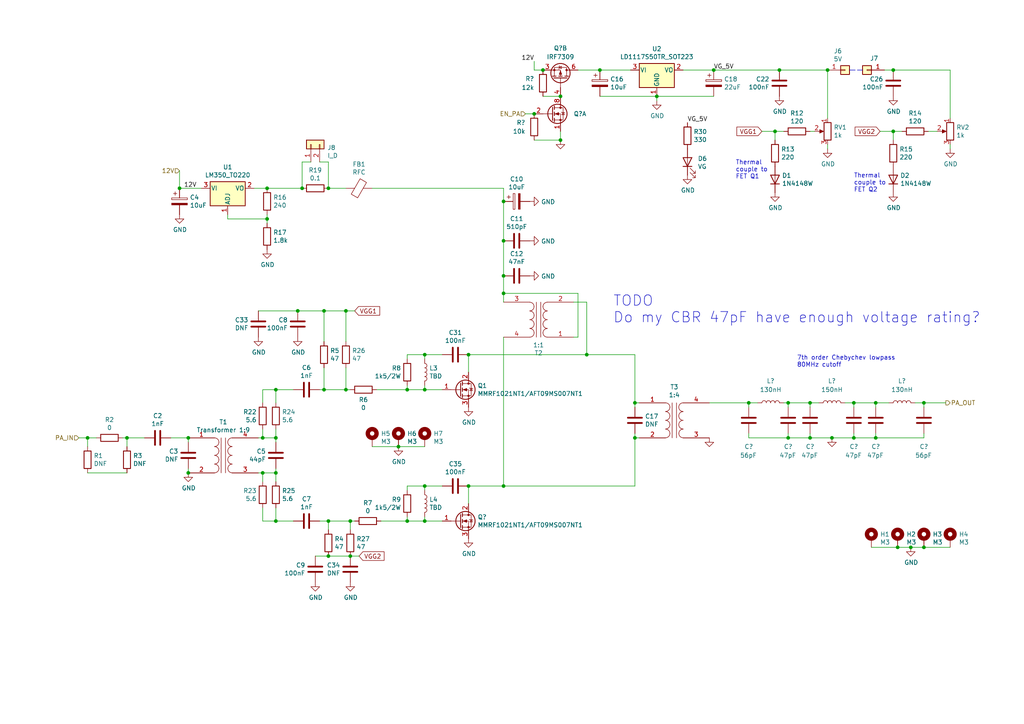
<source format=kicad_sch>
(kicad_sch (version 20211123) (generator eeschema)
  (paper "A4")
  (title_block (title "DART-70 TRX") (date "2023-01-22") (rev "0") (company "HB9EGM") (comment 1 "A 4m Band SSB/CW Transceiver"))
  (lib_symbols
    (symbol "AFT09MS007NT1-Pushpull-rescue:CP-Device" (pin_numbers hide) (pin_names (offset 0.254))
      (property "Reference" "C" (at 0.635 2.54 0))
      (property "Value" "CP-Device" (at 0.635 -2.54 0))
      (symbol "CP-Device_0_1"
        (rectangle (start -2.286 0.508) (end 2.286 1.016))
        (polyline (pts (xy -1.778 2.286) (xy -0.762 2.286)))
        (polyline (pts (xy -1.27 2.794) (xy -1.27 1.778)))
        (rectangle (start 2.286 -0.508) (end -2.286 -1.016) (fill (type outline)))
      )
      (symbol "CP-Device_1_1"
        (pin passive line (at 0 3.81 270) (length 2.794) (name "~") (number "1"))
        (pin passive line (at 0 -3.81 90) (length 2.794) (name "~") (number "2"))
      )
    )
    (symbol "AFT09MS007NT1-Pushpull-rescue:Ferrite_Bead-Device" (pin_numbers hide) (pin_names (offset 0))
      (property "Reference" "FB" (at -3.81 0.635 90))
      (property "Value" "Ferrite_Bead-Device" (at 3.81 0 90))
      (symbol "Ferrite_Bead-Device_0_1"
        (polyline (pts (xy 0 -1.27) (xy 0 -1.2192)))
        (polyline (pts (xy 0 1.27) (xy 0 1.2954)))
        (polyline (pts (xy -2.7686 0.4064) (xy -1.7018 2.2606) (xy 2.7686 -0.3048) (xy 1.6764 -2.159) (xy -2.7686 0.4064)))
      )
      (symbol "Ferrite_Bead-Device_1_1"
        (pin passive line (at 0 3.81 270) (length 2.54) (name "~") (number "1"))
        (pin passive line (at 0 -3.81 90) (length 2.54) (name "~") (number "2"))
      )
    )
    (symbol "AFT09MS007NT1-Pushpull-rescue:R_POT-Device" (pin_names (offset 1.016) hide)
      (property "Reference" "RV" (at -4.445 0 90))
      (property "Value" "R_POT-Device" (at -2.54 0 90))
      (symbol "R_POT-Device_0_1"
        (polyline (pts (xy 2.54 0) (xy 1.524 0)))
        (polyline (pts (xy 1.143 0) (xy 2.286 0.508) (xy 2.286 -0.508) (xy 1.143 0)) (fill (type outline)))
        (rectangle (start 1.016 2.54) (end -1.016 -2.54) (stroke (width 0.254)))
      )
      (symbol "R_POT-Device_1_1"
        (pin passive line (at 0 3.81 270) (length 1.27) (name "1") (number "1"))
        (pin passive line (at 3.81 0 180) (length 1.27) (name "2") (number "2"))
        (pin passive line (at 0 -3.81 90) (length 1.27) (name "3") (number "3"))
      )
    )
    (symbol "Connector_Generic:Conn_01x01" (pin_names (offset 1.016) hide)
      (property "Reference" "J" (at 0 2.54 0))
      (property "Value" "Conn_01x01" (at 0 -2.54 0))
      (symbol "Conn_01x01_1_1"
        (rectangle (start -1.27 0.127) (end 0 -0.127) (stroke (width 0.1524)))
        (rectangle (start -1.27 1.27) (end 1.27 -1.27) (stroke (width 0.254)) (fill (type background)))
        (pin passive line (at -5.08 0 0) (length 3.81) (name "Pin_1") (number "1"))
      )
    )
    (symbol "Connector_Generic:Conn_01x02" (pin_names (offset 1.016) hide)
      (property "Reference" "J" (at 0 2.54 0))
      (property "Value" "Conn_01x02" (at 0 -5.08 0))
      (symbol "Conn_01x02_1_1"
        (rectangle (start -1.27 -2.413) (end 0 -2.667) (stroke (width 0.1524)))
        (rectangle (start -1.27 0.127) (end 0 -0.127) (stroke (width 0.1524)))
        (rectangle (start -1.27 1.27) (end 1.27 -3.81) (stroke (width 0.254)) (fill (type background)))
        (pin passive line (at -5.08 0 0) (length 3.81) (name "Pin_1") (number "1"))
        (pin passive line (at -5.08 -2.54 0) (length 3.81) (name "Pin_2") (number "2"))
      )
    )
    (symbol "Device:C" (pin_numbers hide) (pin_names (offset 0.254))
      (property "Reference" "C" (at 0.635 2.54 0))
      (property "Value" "C" (at 0.635 -2.54 0))
      (symbol "C_0_1"
        (polyline (pts (xy -2.032 -0.762) (xy 2.032 -0.762)) (stroke (width 0.508)))
        (polyline (pts (xy -2.032 0.762) (xy 2.032 0.762)) (stroke (width 0.508)))
      )
      (symbol "C_1_1"
        (pin passive line (at 0 3.81 270) (length 2.794) (name "~") (number "1"))
        (pin passive line (at 0 -3.81 90) (length 2.794) (name "~") (number "2"))
      )
    )
    (symbol "Device:L" (pin_numbers hide) (pin_names (offset 1.016) hide)
      (property "Reference" "L" (at -1.27 0 90))
      (property "Value" "L" (at 1.905 0 90))
      (symbol "L_0_1"
        (arc (start 0 -2.54) (mid 0.635 -1.905) (end 0 -1.27))
        (arc (start 0 -1.27) (mid 0.635 -0.635) (end 0 0))
        (arc (start 0 0) (mid 0.635 0.635) (end 0 1.27))
        (arc (start 0 1.27) (mid 0.635 1.905) (end 0 2.54))
      )
      (symbol "L_1_1"
        (pin passive line (at 0 3.81 270) (length 1.27) (name "1") (number "1"))
        (pin passive line (at 0 -3.81 90) (length 1.27) (name "2") (number "2"))
      )
    )
    (symbol "Device:LED" (pin_numbers hide) (pin_names (offset 1.016) hide)
      (property "Reference" "D" (at 0 2.54 0))
      (property "Value" "LED" (at 0 -2.54 0))
      (symbol "LED_0_1"
        (polyline (pts (xy -1.27 -1.27) (xy -1.27 1.27)) (stroke (width 0.254)))
        (polyline (pts (xy -1.27 0) (xy 1.27 0)))
        (polyline (pts (xy 1.27 -1.27) (xy 1.27 1.27) (xy -1.27 0) (xy 1.27 -1.27)) (stroke (width 0.254)))
        (polyline (pts (xy -3.048 -0.762) (xy -4.572 -2.286) (xy -3.81 -2.286) (xy -4.572 -2.286) (xy -4.572 -1.524)))
        (polyline (pts (xy -1.778 -0.762) (xy -3.302 -2.286) (xy -2.54 -2.286) (xy -3.302 -2.286) (xy -3.302 -1.524)))
      )
      (symbol "LED_1_1"
        (pin passive line (at -3.81 0 0) (length 2.54) (name "K") (number "1"))
        (pin passive line (at 3.81 0 180) (length 2.54) (name "A") (number "2"))
      )
    )
    (symbol "Device:Q_NMOS_GDS" (pin_names (offset 0) hide)
      (property "Reference" "Q" (at 5.08 1.27 0))
      (property "Value" "Q_NMOS_GDS" (at 5.08 -1.27 0))
      (symbol "Q_NMOS_GDS_0_1"
        (polyline (pts (xy 0.254 0) (xy -2.54 0)))
        (polyline (pts (xy 0.254 1.905) (xy 0.254 -1.905)) (stroke (width 0.254)))
        (polyline (pts (xy 0.762 -1.27) (xy 0.762 -2.286)) (stroke (width 0.254)))
        (polyline (pts (xy 0.762 0.508) (xy 0.762 -0.508)) (stroke (width 0.254)))
        (polyline (pts (xy 0.762 2.286) (xy 0.762 1.27)) (stroke (width 0.254)))
        (polyline (pts (xy 2.54 2.54) (xy 2.54 1.778)))
        (polyline (pts (xy 2.54 -2.54) (xy 2.54 0) (xy 0.762 0)))
        (polyline (pts (xy 0.762 -1.778) (xy 3.302 -1.778) (xy 3.302 1.778) (xy 0.762 1.778)))
        (polyline (pts (xy 1.016 0) (xy 2.032 0.381) (xy 2.032 -0.381) (xy 1.016 0)) (fill (type outline)))
        (polyline (pts (xy 2.794 0.508) (xy 2.921 0.381) (xy 3.683 0.381) (xy 3.81 0.254)))
        (polyline (pts (xy 3.302 0.381) (xy 2.921 -0.254) (xy 3.683 -0.254) (xy 3.302 0.381)))
        (circle (center 1.651 0) (radius 2.794) (stroke (width 0.254)))
        (circle (center 2.54 -1.778) (radius 0.254) (fill (type outline)))
        (circle (center 2.54 1.778) (radius 0.254) (fill (type outline)))
      )
      (symbol "Q_NMOS_GDS_1_1"
        (pin input line (at -5.08 0 0) (length 2.54) (name "G") (number "1"))
        (pin passive line (at 2.54 5.08 270) (length 2.54) (name "D") (number "2"))
        (pin passive line (at 2.54 -5.08 90) (length 2.54) (name "S") (number "3"))
      )
    )
    (symbol "Device:R" (pin_numbers hide) (pin_names (offset 0))
      (property "Reference" "R" (at 2.032 0 90))
      (property "Value" "R" (at 0 0 90))
      (symbol "R_0_1"
        (rectangle (start -1.016 -2.54) (end 1.016 2.54) (stroke (width 0.254)))
      )
      (symbol "R_1_1"
        (pin passive line (at 0 3.81 270) (length 1.27) (name "~") (number "1"))
        (pin passive line (at 0 -3.81 90) (length 1.27) (name "~") (number "2"))
      )
    )
    (symbol "Device:Transformer_1P_1S" (pin_names (offset 1.016) hide)
      (property "Reference" "T" (at 0 6.35 0))
      (property "Value" "Transformer_1P_1S" (at 0 -7.62 0))
      (symbol "Transformer_1P_1S_0_1"
        (arc (start -2.54 -5.0546) (mid -1.6599 -4.6901) (end -1.27 -3.81))
        (arc (start -2.54 -2.5146) (mid -1.6599 -2.1501) (end -1.27 -1.27))
        (arc (start -2.54 0.0254) (mid -1.6599 0.3899) (end -1.27 1.27))
        (arc (start -2.54 2.5654) (mid -1.6599 2.9299) (end -1.27 3.81))
        (arc (start -1.27 -3.81) (mid -1.642 -2.912) (end -2.54 -2.54))
        (arc (start -1.27 -1.27) (mid -1.642 -0.372) (end -2.54 0))
        (arc (start -1.27 1.27) (mid -1.642 2.168) (end -2.54 2.54))
        (arc (start -1.27 3.81) (mid -1.642 4.708) (end -2.54 5.08))
        (polyline (pts (xy -0.635 5.08) (xy -0.635 -5.08)))
        (polyline (pts (xy 0.635 -5.08) (xy 0.635 5.08)))
        (arc (start 1.2954 -1.27) (mid 1.6599 -2.1501) (end 2.54 -2.5146))
        (arc (start 1.2954 1.27) (mid 1.6599 0.3899) (end 2.54 0.0254))
        (arc (start 1.2954 3.81) (mid 1.6599 2.9299) (end 2.54 2.5654))
        (arc (start 1.3208 -3.81) (mid 1.6853 -4.6901) (end 2.5654 -5.0546))
        (arc (start 2.54 0) (mid 1.642 -0.372) (end 1.2954 -1.27))
        (arc (start 2.54 2.54) (mid 1.642 2.168) (end 1.2954 1.27))
        (arc (start 2.54 5.08) (mid 1.642 4.708) (end 1.2954 3.81))
        (arc (start 2.5654 -2.54) (mid 1.6674 -2.912) (end 1.3208 -3.81))
      )
      (symbol "Transformer_1P_1S_1_1"
        (pin passive line (at -10.16 5.08 0) (length 7.62) (name "AA") (number "1"))
        (pin passive line (at -10.16 -5.08 0) (length 7.62) (name "AB") (number "2"))
        (pin passive line (at 10.16 -5.08 180) (length 7.62) (name "SA") (number "3"))
        (pin passive line (at 10.16 5.08 180) (length 7.62) (name "SB") (number "4"))
      )
    )
    (symbol "Diode:1N4148W" (pin_numbers hide) (pin_names hide)
      (property "Reference" "D" (at 0 2.54 0))
      (property "Value" "1N4148W" (at 0 -2.54 0))
      (symbol "1N4148W_0_1"
        (polyline (pts (xy -1.27 1.27) (xy -1.27 -1.27)) (stroke (width 0.254)))
        (polyline (pts (xy 1.27 0) (xy -1.27 0)))
        (polyline (pts (xy 1.27 1.27) (xy 1.27 -1.27) (xy -1.27 0) (xy 1.27 1.27)) (stroke (width 0.254)))
      )
      (symbol "1N4148W_1_1"
        (pin passive line (at -3.81 0 0) (length 2.54) (name "K") (number "1"))
        (pin passive line (at 3.81 0 180) (length 2.54) (name "A") (number "2"))
      )
    )
    (symbol "Mechanical:MountingHole_Pad" (pin_numbers hide) (pin_names (offset 1.016) hide)
      (property "Reference" "H" (at 0 6.35 0))
      (property "Value" "MountingHole_Pad" (at 0 4.445 0))
      (symbol "MountingHole_Pad_0_1"
        (circle (center 0 1.27) (radius 1.27) (stroke (width 1.27)))
      )
      (symbol "MountingHole_Pad_1_1"
        (pin input line (at 0 -2.54 90) (length 2.54) (name "1") (number "1"))
      )
    )
    (symbol "Regulator_Linear:LD1117S50TR_SOT223" (pin_names (offset 0.254))
      (property "Reference" "U" (at -3.81 3.175 0))
      (property "Value" "LD1117S50TR_SOT223" (at 0 3.175 0))
      (symbol "LD1117S50TR_SOT223_0_1"
        (rectangle (start -5.08 -5.08) (end 5.08 1.905) (stroke (width 0.254)) (fill (type background)))
      )
      (symbol "LD1117S50TR_SOT223_1_1"
        (pin power_in line (at 0 -7.62 90) (length 2.54) (name "GND") (number "1"))
        (pin power_out line (at 7.62 0 180) (length 2.54) (name "VO") (number "2"))
        (pin power_in line (at -7.62 0 0) (length 2.54) (name "VI") (number "3"))
      )
    )
    (symbol "Regulator_Linear:LM350_TO220" (pin_names (offset 0.254))
      (property "Reference" "U" (at -3.81 3.175 0))
      (property "Value" "LM350_TO220" (at 0 3.175 0))
      (symbol "LM350_TO220_0_1"
        (rectangle (start -5.08 1.905) (end 5.08 -5.08) (stroke (width 0.254)) (fill (type background)))
      )
      (symbol "LM350_TO220_1_1"
        (pin input line (at 0 -7.62 90) (length 2.54) (name "ADJ") (number "1"))
        (pin power_out line (at 7.62 0 180) (length 2.54) (name "VO") (number "2"))
        (pin power_in line (at -7.62 0 0) (length 2.54) (name "VI") (number "3"))
      )
    )
    (symbol "Transistor_FET:IRF7309IPBF" (pin_names hide)
      (property "Reference" "Q" (at 5.08 1.905 0))
      (property "Value" "IRF7309IPBF" (at 5.08 0 0))
      (symbol "IRF7309IPBF_0_1"
        (polyline (pts (xy 0.254 0) (xy -2.54 0)))
        (polyline (pts (xy 0.254 1.905) (xy 0.254 -1.905)) (stroke (width 0.254)))
        (polyline (pts (xy 0.762 -1.27) (xy 0.762 -2.286)) (stroke (width 0.254)))
        (polyline (pts (xy 0.762 0.508) (xy 0.762 -0.508)) (stroke (width 0.254)))
        (polyline (pts (xy 0.762 2.286) (xy 0.762 1.27)) (stroke (width 0.254)))
        (polyline (pts (xy 2.54 2.54) (xy 2.54 1.778)))
        (polyline (pts (xy 2.54 -2.54) (xy 2.54 0) (xy 0.762 0)))
        (polyline (pts (xy 0.762 -1.778) (xy 3.302 -1.778) (xy 3.302 1.778) (xy 0.762 1.778)))
        (circle (center 1.651 0) (radius 2.794) (stroke (width 0.254)))
        (circle (center 2.54 -1.778) (radius 0.254) (fill (type outline)))
        (circle (center 2.54 1.778) (radius 0.254) (fill (type outline)))
      )
      (symbol "IRF7309IPBF_1_1"
        (polyline (pts (xy 1.016 0) (xy 2.032 0.381) (xy 2.032 -0.381) (xy 1.016 0)) (fill (type outline)))
        (polyline (pts (xy 2.794 0.508) (xy 2.921 0.381) (xy 3.683 0.381) (xy 3.81 0.254)))
        (polyline (pts (xy 3.302 0.381) (xy 2.921 -0.254) (xy 3.683 -0.254) (xy 3.302 0.381)))
        (pin passive line (at 2.54 -5.08 90) (length 2.54) (name "S") (number "1"))
        (pin input line (at -5.08 0 0) (length 2.54) (name "G") (number "2"))
        (pin passive line (at 2.54 5.08 270) (length 2.54) hide (name "D") (number "7"))
        (pin passive line (at 2.54 5.08 270) (length 2.54) (name "D") (number "8"))
      )
      (symbol "IRF7309IPBF_2_1"
        (polyline (pts (xy 2.286 0) (xy 1.27 0.381) (xy 1.27 -0.381) (xy 2.286 0)) (fill (type outline)))
        (polyline (pts (xy 2.794 -0.508) (xy 2.921 -0.381) (xy 3.683 -0.381) (xy 3.81 -0.254)))
        (polyline (pts (xy 3.302 -0.381) (xy 2.921 0.254) (xy 3.683 0.254) (xy 3.302 -0.381)))
        (pin passive line (at 2.54 -5.08 90) (length 2.54) (name "1") (number "3"))
        (pin input line (at -5.08 0 0) (length 2.54) (name "G") (number "4"))
        (pin passive line (at 2.54 5.08 270) (length 2.54) hide (name "D") (number "5"))
        (pin passive line (at 2.54 5.08 270) (length 2.54) (name "D") (number "6"))
      )
    )
    (symbol "power:GND" (power) (pin_names (offset 0))
      (property "Value" "GND" (at 0 -3.81 0))
      (symbol "GND_0_1"
        (polyline (pts (xy 0 0) (xy 0 -1.27) (xy 1.27 -1.27) (xy 0 -2.54) (xy -1.27 -1.27) (xy 0 -1.27)))
      )
      (symbol "GND_1_1"
        (pin power_in line (at 0 0 270) (length 0) hide (name "GND") (number "1"))
      )
    )
    (symbol "power:GNDA" (power) (pin_names (offset 0))
      (property "Value" "GNDA" (at 0 -3.81 0))
      (symbol "GNDA_0_1"
        (polyline (pts (xy 0 0) (xy 0 -1.27) (xy 1.27 -1.27) (xy 0 -2.54) (xy -1.27 -1.27) (xy 0 -1.27)))
      )
      (symbol "GNDA_1_1"
        (pin power_in line (at 0 0 270) (length 0) hide (name "GNDA") (number "1"))
      )
    )
  )
  (junction (at 259.08 20.32))
  (junction (at 100.33 113.03))
  (junction (at 228.6 116.84))
  (junction (at 234.95 127))
  (junction (at 118.11 113.03))
  (junction (at 254 127))
  (junction (at 146.05 140.97))
  (junction (at 87.63 54.61))
  (junction (at 260.35 158.75))
  (junction (at 184.15 116.84))
  (junction (at 154.94 33.02))
  (junction (at 93.98 90.17))
  (junction (at 241.3 127))
  (junction (at 146.05 58.42))
  (junction (at 162.56 40.64))
  (junction (at 86.36 90.17))
  (junction (at 190.5 27.94))
  (junction (at 264.16 158.75))
  (junction (at 115.57 129.54))
  (junction (at 36.83 127))
  (junction (at 217.17 116.84))
  (junction (at 100.33 90.17))
  (junction (at 146.05 80.01))
  (junction (at 259.08 38.1))
  (junction (at 240.03 20.32))
  (junction (at 170.18 102.87))
  (junction (at 135.89 140.97))
  (junction (at 184.15 127))
  (junction (at 80.01 113.03))
  (junction (at 54.61 137.16))
  (junction (at 123.19 102.87))
  (junction (at 123.19 151.13))
  (junction (at 118.11 151.13))
  (junction (at 224.79 38.1))
  (junction (at 80.01 137.16))
  (junction (at 95.25 54.61))
  (junction (at 95.25 151.13))
  (junction (at 267.97 158.75))
  (junction (at 254 116.84))
  (junction (at 52.07 54.61))
  (junction (at 76.2 137.16))
  (junction (at 135.89 102.87))
  (junction (at 247.65 116.84))
  (junction (at 146.05 69.85))
  (junction (at 80.01 151.13))
  (junction (at 234.95 116.84))
  (junction (at 93.98 113.03))
  (junction (at 77.47 63.5))
  (junction (at 123.19 113.03))
  (junction (at 95.25 161.29))
  (junction (at 247.65 127))
  (junction (at 157.48 20.32))
  (junction (at 228.6 127))
  (junction (at 54.61 127))
  (junction (at 207.01 20.32))
  (junction (at 146.05 85.09))
  (junction (at 101.6 161.29))
  (junction (at 173.99 20.32))
  (junction (at 25.4 127))
  (junction (at 77.47 54.61))
  (junction (at 226.06 20.32))
  (junction (at 80.01 127))
  (junction (at 162.56 27.94))
  (junction (at 267.97 116.84))
  (junction (at 101.6 151.13))
  (junction (at 123.19 140.97))
  (junction (at 76.2 127))
  (wire (pts (xy 100.33 99.06) (xy 100.33 90.17)))
  (wire (pts (xy 267.97 125.73) (xy 267.97 127)))
  (wire (pts (xy 228.6 116.84) (xy 234.95 116.84)))
  (wire (pts (xy 93.98 113.03) (xy 93.98 106.68)))
  (wire (pts (xy 166.37 87.63) (xy 170.18 87.63)))
  (wire (pts (xy 80.01 124.46) (xy 80.01 127)))
  (wire (pts (xy 217.17 118.11) (xy 217.17 116.84)))
  (wire (pts (xy 76.2 139.7) (xy 76.2 137.16)))
  (wire (pts (xy 101.6 151.13) (xy 95.25 151.13)))
  (wire (pts (xy 76.2 137.16) (xy 74.93 137.16)))
  (wire (pts (xy 80.01 139.7) (xy 80.01 137.16)))
  (wire (pts (xy 146.05 97.79) (xy 146.05 140.97)))
  (wire (pts (xy 234.95 125.73) (xy 234.95 127)))
  (wire (pts (xy 123.19 140.97) (xy 118.11 140.97)))
  (wire (pts (xy 247.65 125.73) (xy 247.65 127)))
  (wire (pts (xy 85.09 113.03) (xy 80.01 113.03)))
  (wire (pts (xy 259.08 38.1) (xy 261.62 38.1)))
  (wire (pts (xy 198.12 20.32) (xy 207.01 20.32)))
  (wire (pts (xy 135.89 140.97) (xy 146.05 140.97)))
  (wire (pts (xy 100.33 113.03) (xy 101.6 113.03)))
  (wire (pts (xy 146.05 54.61) (xy 146.05 58.42)))
  (wire (pts (xy 217.17 127) (xy 217.17 125.73)))
  (wire (pts (xy 152.4 33.02) (xy 154.94 33.02)))
  (wire (pts (xy 275.59 34.29) (xy 275.59 20.32)))
  (wire (pts (xy 184.15 125.73) (xy 184.15 127)))
  (wire (pts (xy 123.19 113.03) (xy 128.27 113.03)))
  (wire (pts (xy 95.25 161.29) (xy 101.6 161.29)))
  (wire (pts (xy 228.6 125.73) (xy 228.6 127)))
  (wire (pts (xy 101.6 161.29) (xy 104.14 161.29)))
  (wire (pts (xy 260.35 158.75) (xy 264.16 158.75)))
  (wire (pts (xy 93.98 99.06) (xy 93.98 90.17)))
  (wire (pts (xy 184.15 116.84) (xy 184.15 118.11)))
  (wire (pts (xy 157.48 27.94) (xy 162.56 27.94)))
  (wire (pts (xy 92.71 46.99) (xy 95.25 46.99)))
  (wire (pts (xy 123.19 111.76) (xy 123.19 113.03)))
  (wire (pts (xy 173.99 20.32) (xy 167.64 20.32)))
  (wire (pts (xy 267.97 116.84) (xy 274.32 116.84)))
  (wire (pts (xy 118.11 111.76) (xy 118.11 113.03)))
  (wire (pts (xy 123.19 104.14) (xy 123.19 102.87)))
  (wire (pts (xy 234.95 127) (xy 228.6 127)))
  (wire (pts (xy 102.87 90.17) (xy 100.33 90.17)))
  (wire (pts (xy 128.27 140.97) (xy 123.19 140.97)))
  (wire (pts (xy 227.33 116.84) (xy 228.6 116.84)))
  (wire (pts (xy 254 116.84) (xy 247.65 116.84)))
  (wire (pts (xy 267.97 116.84) (xy 267.97 118.11)))
  (wire (pts (xy 162.56 38.1) (xy 162.56 40.64)))
  (wire (pts (xy 76.2 113.03) (xy 80.01 113.03)))
  (wire (pts (xy 52.07 54.61) (xy 58.42 54.61)))
  (wire (pts (xy 80.01 127) (xy 76.2 127)))
  (wire (pts (xy 22.86 127) (xy 25.4 127)))
  (wire (pts (xy 205.74 116.84) (xy 217.17 116.84)))
  (wire (pts (xy 166.37 97.79) (xy 167.64 97.79)))
  (wire (pts (xy 36.83 129.54) (xy 36.83 127)))
  (wire (pts (xy 25.4 127) (xy 27.94 127)))
  (wire (pts (xy 93.98 90.17) (xy 86.36 90.17)))
  (wire (pts (xy 267.97 158.75) (xy 275.59 158.75)))
  (wire (pts (xy 66.04 63.5) (xy 77.47 63.5)))
  (wire (pts (xy 228.6 116.84) (xy 228.6 118.11)))
  (wire (pts (xy 80.01 135.89) (xy 80.01 137.16)))
  (wire (pts (xy 247.65 127) (xy 241.3 127)))
  (wire (pts (xy 173.99 27.94) (xy 190.5 27.94)))
  (wire (pts (xy 162.56 40.64) (xy 154.94 40.64)))
  (wire (pts (xy 66.04 63.5) (xy 66.04 62.23)))
  (wire (pts (xy 257.81 116.84) (xy 254 116.84)))
  (wire (pts (xy 73.66 54.61) (xy 77.47 54.61)))
  (wire (pts (xy 107.95 54.61) (xy 146.05 54.61)))
  (wire (pts (xy 256.54 20.32) (xy 259.08 20.32)))
  (wire (pts (xy 36.83 137.16) (xy 25.4 137.16)))
  (wire (pts (xy 259.08 40.64) (xy 259.08 38.1)))
  (wire (pts (xy 123.19 151.13) (xy 128.27 151.13)))
  (wire (pts (xy 100.33 90.17) (xy 93.98 90.17)))
  (wire (pts (xy 49.53 127) (xy 54.61 127)))
  (wire (pts (xy 241.3 127) (xy 234.95 127)))
  (wire (pts (xy 80.01 113.03) (xy 80.01 116.84)))
  (wire (pts (xy 247.65 116.84) (xy 247.65 118.11)))
  (polyline (pts (xy 246.38 20.32) (xy 250.19 20.32)))
  (wire (pts (xy 95.25 54.61) (xy 95.25 46.99)))
  (wire (pts (xy 123.19 142.24) (xy 123.19 140.97)))
  (wire (pts (xy 135.89 107.95) (xy 135.89 102.87)))
  (wire (pts (xy 247.65 116.84) (xy 245.11 116.84)))
  (wire (pts (xy 264.16 158.75) (xy 267.97 158.75)))
  (wire (pts (xy 80.01 137.16) (xy 76.2 137.16)))
  (wire (pts (xy 240.03 34.29) (xy 240.03 20.32)))
  (wire (pts (xy 224.79 40.64) (xy 224.79 38.1)))
  (wire (pts (xy 101.6 153.67) (xy 101.6 151.13)))
  (wire (pts (xy 267.97 127) (xy 254 127)))
  (wire (pts (xy 123.19 102.87) (xy 118.11 102.87)))
  (wire (pts (xy 54.61 135.89) (xy 54.61 137.16)))
  (wire (pts (xy 254 116.84) (xy 254 118.11)))
  (wire (pts (xy 35.56 127) (xy 36.83 127)))
  (wire (pts (xy 76.2 116.84) (xy 76.2 113.03)))
  (wire (pts (xy 76.2 127) (xy 74.93 127)))
  (wire (pts (xy 95.25 54.61) (xy 100.33 54.61)))
  (wire (pts (xy 207.01 20.32) (xy 226.06 20.32)))
  (wire (pts (xy 91.44 161.29) (xy 95.25 161.29)))
  (wire (pts (xy 115.57 129.54) (xy 123.19 129.54)))
  (wire (pts (xy 109.22 113.03) (xy 118.11 113.03)))
  (wire (pts (xy 275.59 43.18) (xy 275.59 41.91)))
  (wire (pts (xy 76.2 124.46) (xy 76.2 127)))
  (wire (pts (xy 190.5 27.94) (xy 207.01 27.94)))
  (wire (pts (xy 118.11 151.13) (xy 123.19 151.13)))
  (wire (pts (xy 118.11 149.86) (xy 118.11 151.13)))
  (wire (pts (xy 135.89 102.87) (xy 170.18 102.87)))
  (wire (pts (xy 118.11 113.03) (xy 123.19 113.03)))
  (wire (pts (xy 252.73 158.75) (xy 260.35 158.75)))
  (wire (pts (xy 269.24 38.1) (xy 271.78 38.1)))
  (wire (pts (xy 224.79 38.1) (xy 220.98 38.1)))
  (wire (pts (xy 128.27 102.87) (xy 123.19 102.87)))
  (wire (pts (xy 80.01 128.27) (xy 80.01 127)))
  (wire (pts (xy 77.47 64.77) (xy 77.47 63.5)))
  (wire (pts (xy 77.47 63.5) (xy 77.47 62.23)))
  (wire (pts (xy 76.2 151.13) (xy 76.2 147.32)))
  (wire (pts (xy 240.03 43.18) (xy 240.03 41.91)))
  (wire (pts (xy 184.15 127) (xy 185.42 127)))
  (wire (pts (xy 234.95 116.84) (xy 237.49 116.84)))
  (wire (pts (xy 227.33 38.1) (xy 224.79 38.1)))
  (wire (pts (xy 146.05 80.01) (xy 146.05 85.09)))
  (wire (pts (xy 190.5 29.21) (xy 190.5 27.94)))
  (wire (pts (xy 25.4 129.54) (xy 25.4 127)))
  (wire (pts (xy 36.83 127) (xy 41.91 127)))
  (wire (pts (xy 255.27 38.1) (xy 259.08 38.1)))
  (wire (pts (xy 135.89 140.97) (xy 135.89 146.05)))
  (wire (pts (xy 93.98 113.03) (xy 100.33 113.03)))
  (wire (pts (xy 167.64 97.79) (xy 167.64 85.09)))
  (wire (pts (xy 95.25 153.67) (xy 95.25 151.13)))
  (wire (pts (xy 77.47 54.61) (xy 87.63 54.61)))
  (wire (pts (xy 154.94 17.78) (xy 154.94 20.32)))
  (wire (pts (xy 184.15 116.84) (xy 184.15 102.87)))
  (wire (pts (xy 167.64 85.09) (xy 146.05 85.09)))
  (wire (pts (xy 234.95 118.11) (xy 234.95 116.84)))
  (wire (pts (xy 95.25 151.13) (xy 92.71 151.13)))
  (wire (pts (xy 102.87 151.13) (xy 101.6 151.13)))
  (wire (pts (xy 154.94 20.32) (xy 157.48 20.32)))
  (wire (pts (xy 184.15 140.97) (xy 184.15 127)))
  (wire (pts (xy 170.18 87.63) (xy 170.18 102.87)))
  (wire (pts (xy 146.05 140.97) (xy 184.15 140.97)))
  (wire (pts (xy 184.15 102.87) (xy 170.18 102.87)))
  (wire (pts (xy 275.59 20.32) (xy 259.08 20.32)))
  (wire (pts (xy 146.05 85.09) (xy 146.05 87.63)))
  (wire (pts (xy 107.95 129.54) (xy 115.57 129.54)))
  (wire (pts (xy 254 125.73) (xy 254 127)))
  (wire (pts (xy 80.01 151.13) (xy 80.01 147.32)))
  (wire (pts (xy 240.03 20.32) (xy 226.06 20.32)))
  (wire (pts (xy 254 127) (xy 247.65 127)))
  (wire (pts (xy 54.61 128.27) (xy 54.61 127)))
  (wire (pts (xy 234.95 38.1) (xy 236.22 38.1)))
  (wire (pts (xy 118.11 102.87) (xy 118.11 104.14)))
  (wire (pts (xy 146.05 58.42) (xy 146.05 69.85)))
  (wire (pts (xy 118.11 140.97) (xy 118.11 142.24)))
  (wire (pts (xy 265.43 116.84) (xy 267.97 116.84)))
  (wire (pts (xy 110.49 151.13) (xy 118.11 151.13)))
  (wire (pts (xy 173.99 20.32) (xy 182.88 20.32)))
  (wire (pts (xy 52.07 49.53) (xy 52.07 54.61)))
  (wire (pts (xy 217.17 116.84) (xy 219.71 116.84)))
  (wire (pts (xy 185.42 116.84) (xy 184.15 116.84)))
  (wire (pts (xy 100.33 106.68) (xy 100.33 113.03)))
  (wire (pts (xy 146.05 69.85) (xy 146.05 80.01)))
  (wire (pts (xy 90.17 46.99) (xy 87.63 46.99)))
  (wire (pts (xy 85.09 151.13) (xy 80.01 151.13)))
  (wire (pts (xy 80.01 151.13) (xy 76.2 151.13)))
  (wire (pts (xy 123.19 149.86) (xy 123.19 151.13)))
  (wire (pts (xy 87.63 46.99) (xy 87.63 54.61)))
  (wire (pts (xy 228.6 127) (xy 217.17 127)))
  (wire (pts (xy 92.71 113.03) (xy 93.98 113.03)))
  (wire (pts (xy 74.93 90.17) (xy 86.36 90.17)))
  (text "Thermal\ncouple to\nFET Q2" (at 247.65 55.88 0) (effects (font (size 1.27 1.27)) (justify left bottom)))
  (text "Thermal\ncouple to\nFET Q1" (at 213.36 52.07 0) (effects (font (size 1.27 1.27)) (justify left bottom)))
  (text "7th order Chebychev lowpass\n80MHz cutoff" (at 231.14 106.68 0) (effects (font (size 1.27 1.27)) (justify left bottom)))
  (text "TODO\nDo my CBR 47pF have enough voltage rating?" (at 177.8 93.98 0) (effects (font (size 3 3)) (justify left bottom)))
  (label "12V" (at 53.34 54.61 0))
  (label "VG_5V" (at 207.01 20.32 0))
  (label "12V" (at 154.94 17.78 180))
  (label "VG_5V" (at 199.39 35.56 0))
  (global_label "VGG2" (shape input) (at 104.14 161.29 0) (property "Intersheet References" "${INTERSHEET_REFS}" (effects hide)))
  (global_label "VGG1" (shape input) (at 102.87 90.17 0) (property "Intersheet References" "${INTERSHEET_REFS}" (effects hide)))
  (global_label "VGG2" (shape input) (at 255.27 38.1 180) (property "Intersheet References" "${INTERSHEET_REFS}" (effects hide)))
  (global_label "VGG1" (shape input) (at 220.98 38.1 180) (property "Intersheet References" "${INTERSHEET_REFS}" (effects hide)))
  (hierarchical_label "EN_PA" (shape input) (at 152.4 33.02 180))
  (hierarchical_label "PA_OUT" (shape output) (at 274.32 116.84 0))
  (hierarchical_label "12V" (shape input) (at 52.07 49.53 180))
  (hierarchical_label "PA_IN" (shape input) (at 22.86 127 180))
  (symbol (lib_id "Device:R") (at 224.79 44.45 0) (unit 1)
    (property "Reference" "R13" (at 226.568 43.2816 0) (effects (justify left)))
    (property "Value" "220" (at 226.568 45.593 0) (effects (justify left)))
    (property "Footprint" "Resistor_SMD:R_0805_2012Metric" (effects hide))
  )
  (symbol (lib_id "Device:Transformer_1P_1S") (at 195.58 121.92 0) (unit 1)
    (property "Reference" "T3" (at 195.58 112.2426 0))
    (property "Value" "1:4" (at 195.58 114.554 0))
    (property "Footprint" "mmrf1021-pa:four_4mm_pads" (effects hide))
  )
  (symbol (lib_id "Device:C") (at 184.15 121.92 180) (unit 1)
    (property "Reference" "C17" (at 187.071 120.7516 0) (effects (justify right)))
    (property "Value" "DNF" (at 187.071 123.063 0) (effects (justify right)))
    (property "Footprint" "mmrf1021-pa:two_2mm_pads" (effects hide))
  )
  (symbol (lib_id "Device:C") (at 45.72 127 270) (unit 1)
    (property "Reference" "C2" (at 45.72 120.5992 90))
    (property "Value" "1nF" (at 45.72 122.9106 90))
    (property "Footprint" "Capacitor_SMD:C_0805_2012Metric" (effects hide))
    (property "MPN" "VJ0805A102GXXPW1BC" (effects hide))
  )
  (symbol (lib_id "AFT09MS007NT1-Pushpull-rescue:R_POT-Device") (at 240.03 38.1 0) (mirror y) (unit 1)
    (property "Reference" "RV1" (at 241.808 36.9316 0) (effects (justify right)))
    (property "Value" "1k" (at 241.808 39.243 0) (effects (justify right)))
    (property "Footprint" "Potentiometer_SMD:Potentiometer_Bourns_3214W_Vertical" (effects hide))
    (property "MPN" "Bourns 3214W-1-102E" (effects hide))
  )
  (symbol (lib_id "Device:C") (at 226.06 24.13 180) (unit 1)
    (property "Reference" "C22" (at 223.1644 22.9616 0) (effects (justify left)))
    (property "Value" "100nF" (at 223.1644 25.273 0) (effects (justify left)))
    (property "Footprint" "Capacitor_SMD:C_0805_2012Metric" (effects hide))
    (property "MPN" "GRM188R71H104KA93D" (effects hide))
  )
  (symbol (lib_id "power:GND") (at 226.06 27.94 0) (unit 1)
    (property "Reference" "#PWR023" (effects hide))
    (property "Value" "GND" (at 226.187 32.3342 0))
  )
  (symbol (lib_id "Mechanical:MountingHole_Pad") (at 252.73 156.21 0) (unit 1)
    (property "Reference" "H1" (at 255.27 154.9654 0) (effects (justify left)))
    (property "Value" "M3" (at 255.27 157.2768 0) (effects (justify left)))
    (property "Footprint" "MountingHole:MountingHole_3.2mm_M3_DIN965_Pad" (effects hide))
  )
  (symbol (lib_id "Mechanical:MountingHole_Pad") (at 260.35 156.21 0) (unit 1)
    (property "Reference" "H2" (at 262.89 154.9654 0) (effects (justify left)))
    (property "Value" "M3" (at 262.89 157.2768 0) (effects (justify left)))
    (property "Footprint" "MountingHole:MountingHole_3.2mm_M3_DIN965_Pad" (effects hide))
  )
  (symbol (lib_id "Mechanical:MountingHole_Pad") (at 267.97 156.21 0) (unit 1)
    (property "Reference" "H3" (at 270.51 154.9654 0) (effects (justify left)))
    (property "Value" "M3" (at 270.51 157.2768 0) (effects (justify left)))
    (property "Footprint" "MountingHole:MountingHole_3.2mm_M3_DIN965_Pad" (effects hide))
  )
  (symbol (lib_id "Mechanical:MountingHole_Pad") (at 275.59 156.21 0) (unit 1)
    (property "Reference" "H4" (at 278.13 154.9654 0) (effects (justify left)))
    (property "Value" "M3" (at 278.13 157.2768 0) (effects (justify left)))
    (property "Footprint" "MountingHole:MountingHole_3.2mm_M3_DIN965_Pad" (effects hide))
  )
  (symbol (lib_id "power:GND") (at 264.16 158.75 0) (unit 1)
    (property "Reference" "#PWR08" (effects hide))
    (property "Value" "GND" (at 264.287 163.1442 0))
  )
  (symbol (lib_id "Diode:1N4148W") (at 224.79 52.07 90) (unit 1)
    (property "Reference" "D1" (at 226.822 50.9016 90) (effects (justify right)))
    (property "Value" "1N4148W" (at 226.822 53.213 90) (effects (justify right)))
    (property "Footprint" "Diode_SMD:D_SOD-123F" (effects hide))
  )
  (symbol (lib_id "power:GND") (at 224.79 55.88 0) (unit 1)
    (property "Reference" "#PWR024" (effects hide))
    (property "Value" "GND" (at 224.917 60.2742 0))
  )
  (symbol (lib_id "Mechanical:MountingHole_Pad") (at 123.19 127 0) (unit 1)
    (property "Reference" "H7" (at 125.73 125.7554 0) (effects (justify left)))
    (property "Value" "M3" (at 125.73 128.0668 0) (effects (justify left)))
    (property "Footprint" "MountingHole:MountingHole_3.2mm_M3_DIN965_Pad" (effects hide))
  )
  (symbol (lib_id "Device:R") (at 100.33 102.87 0) (unit 1)
    (property "Reference" "R26" (at 102.108 101.7016 0) (effects (justify left)))
    (property "Value" "47" (at 102.108 104.013 0) (effects (justify left)))
    (property "Footprint" "Resistor_SMD:R_0805_2012Metric" (effects hide))
  )
  (symbol (lib_id "Device:R") (at 101.6 157.48 0) (unit 1)
    (property "Reference" "R27" (at 103.378 156.3116 0) (effects (justify left)))
    (property "Value" "47" (at 103.378 158.623 0) (effects (justify left)))
    (property "Footprint" "Resistor_SMD:R_0805_2012Metric" (effects hide))
  )
  (symbol (lib_id "Device:R") (at 80.01 143.51 0) (unit 1)
    (property "Reference" "R25" (at 81.788 142.3416 0) (effects (justify left)))
    (property "Value" "5.6" (at 81.788 144.653 0) (effects (justify left)))
    (property "Footprint" "Resistor_SMD:R_0805_2012Metric" (effects hide))
  )
  (symbol (lib_id "Device:R") (at 76.2 143.51 0) (unit 1)
    (property "Reference" "R23" (at 74.4474 142.3416 0) (effects (justify right)))
    (property "Value" "5.6" (at 74.4474 144.653 0) (effects (justify right)))
    (property "Footprint" "Resistor_SMD:R_0805_2012Metric" (effects hide))
  )
  (symbol (lib_id "Device:Transformer_1P_1S") (at 64.77 132.08 0) (unit 1)
    (property "Reference" "T1" (at 64.77 122.4026 0))
    (property "Value" "Transformer 1:9" (at 64.77 124.714 0))
    (property "Footprint" "mmrf1021-pa:four_4mm_pads_narrow" (effects hide))
  )
  (symbol (lib_id "power:GND") (at 54.61 137.16 0) (unit 1)
    (property "Reference" "#PWR03" (effects hide))
    (property "Value" "GND" (at 54.737 141.5542 0))
  )
  (symbol (lib_id "Device:C") (at 54.61 132.08 180) (unit 1)
    (property "Reference" "C3" (at 51.7144 130.9116 0) (effects (justify left)))
    (property "Value" "DNF" (at 51.7144 133.223 0) (effects (justify left)))
    (property "Footprint" "Capacitor_SMD:C_0805_2012Metric" (effects hide))
  )
  (symbol (lib_id "Device:R") (at 80.01 120.65 0) (unit 1)
    (property "Reference" "R24" (at 81.788 119.4816 0) (effects (justify left)))
    (property "Value" "5.6" (at 81.788 121.793 0) (effects (justify left)))
    (property "Footprint" "Resistor_SMD:R_0805_2012Metric" (effects hide))
  )
  (symbol (lib_id "Device:R") (at 76.2 120.65 0) (unit 1)
    (property "Reference" "R22" (at 74.4474 119.4816 0) (effects (justify right)))
    (property "Value" "5.6" (at 74.4474 121.793 0) (effects (justify right)))
    (property "Footprint" "Resistor_SMD:R_0805_2012Metric" (effects hide))
  )
  (symbol (lib_id "Device:C") (at 80.01 132.08 180) (unit 1)
    (property "Reference" "C5" (at 77.1144 130.9116 0) (effects (justify left)))
    (property "Value" "44pF" (at 77.1144 133.223 0) (effects (justify left)))
    (property "Footprint" "Capacitor_SMD:C_0805_2012Metric" (effects hide))
  )
  (symbol (lib_id "Device:C") (at 88.9 113.03 90) (unit 1)
    (property "Reference" "C6" (at 88.9 106.6292 90))
    (property "Value" "1nF" (at 88.9 108.9406 90))
    (property "Footprint" "Capacitor_SMD:C_0805_2012Metric" (effects hide))
    (property "MPN" "VJ0805A102GXXPW1BC" (effects hide))
  )
  (symbol (lib_id "Device:C") (at 88.9 151.13 90) (unit 1)
    (property "Reference" "C7" (at 88.9 144.7292 90))
    (property "Value" "1nF" (at 88.9 147.0406 90))
    (property "Footprint" "Capacitor_SMD:C_0805_2012Metric" (effects hide))
    (property "MPN" "VJ0805A102GXXPW1BC" (effects hide))
  )
  (symbol (lib_id "Device:R") (at 93.98 102.87 0) (unit 1)
    (property "Reference" "R5" (at 95.758 101.7016 0) (effects (justify left)))
    (property "Value" "47" (at 95.758 104.013 0) (effects (justify left)))
    (property "Footprint" "Resistor_SMD:R_0805_2012Metric" (effects hide))
  )
  (symbol (lib_id "Device:C") (at 86.36 93.98 180) (unit 1)
    (property "Reference" "C8" (at 83.4644 92.8116 0) (effects (justify left)))
    (property "Value" "100nF" (at 83.4644 95.123 0) (effects (justify left)))
    (property "Footprint" "Capacitor_SMD:C_0805_2012Metric" (effects hide))
    (property "MPN" "GRM188R71H104KA93D" (effects hide))
  )
  (symbol (lib_id "power:GND") (at 86.36 97.79 0) (unit 1)
    (property "Reference" "#PWR06" (effects hide))
    (property "Value" "GND" (at 86.487 102.1842 0))
  )
  (symbol (lib_id "Device:R") (at 95.25 157.48 0) (unit 1)
    (property "Reference" "R4" (at 97.028 156.3116 0) (effects (justify left)))
    (property "Value" "47" (at 97.028 158.623 0) (effects (justify left)))
    (property "Footprint" "Resistor_SMD:R_0805_2012Metric" (effects hide))
  )
  (symbol (lib_id "power:GND") (at 91.44 168.91 0) (unit 1)
    (property "Reference" "#PWR07" (effects hide))
    (property "Value" "GND" (at 91.567 173.3042 0))
  )
  (symbol (lib_id "Device:R") (at 106.68 151.13 270) (unit 1)
    (property "Reference" "R7" (at 106.68 145.8722 90))
    (property "Value" "0" (at 106.68 148.1836 90))
    (property "Footprint" "Resistor_SMD:R_0805_2012Metric" (effects hide))
  )
  (symbol (lib_id "Device:R") (at 105.41 113.03 270) (unit 1)
    (property "Reference" "R6" (at 105.41 115.951 90))
    (property "Value" "0" (at 105.41 118.2624 90))
    (property "Footprint" "Resistor_SMD:R_0805_2012Metric" (effects hide))
  )
  (symbol (lib_id "Device:R") (at 118.11 146.05 0) (unit 1)
    (property "Reference" "R9" (at 116.332 144.8816 0) (effects (justify right)))
    (property "Value" "1k5/2W" (at 116.332 147.193 0) (effects (justify right)))
    (property "Footprint" "Resistor_SMD:R_0805_2012Metric" (effects hide))
  )
  (symbol (lib_id "Device:L") (at 123.19 146.05 0) (unit 1)
    (property "Reference" "L4" (at 124.5108 144.8816 0) (effects (justify left)))
    (property "Value" "TBD" (at 124.5108 147.193 0) (effects (justify left)))
    (property "Footprint" "Inductor_SMD:L_1008_2520Metric" (effects hide))
    (property "MPN" "LQW2UASR47F00L" (effects hide))
  )
  (symbol (lib_id "power:GND") (at 101.6 168.91 0) (unit 1)
    (property "Reference" "#PWR0101" (effects hide))
    (property "Value" "GND" (at 101.727 173.3042 0))
  )
  (symbol (lib_id "Device:C") (at 101.6 165.1 180) (unit 1)
    (property "Reference" "C34" (at 98.7044 163.9316 0) (effects (justify left)))
    (property "Value" "DNF" (at 98.7044 166.243 0) (effects (justify left)))
    (property "Footprint" "Capacitor_SMD:C_0805_2012Metric" (effects hide))
  )
  (symbol (lib_id "power:GND") (at 135.89 156.21 0) (unit 1)
    (property "Reference" "#PWR012" (effects hide))
    (property "Value" "GND" (at 136.017 160.6042 0))
  )
  (symbol (lib_id "Device:Transformer_1P_1S") (at 156.21 92.71 180) (unit 1)
    (property "Reference" "T2" (at 156.21 102.3874 0))
    (property "Value" "1:1" (at 156.21 100.076 0))
    (property "Footprint" "mmrf1021-pa:four_4mm_pads_narrow" (effects hide))
  )
  (symbol (lib_id "Device:C") (at 74.93 93.98 180) (unit 1)
    (property "Reference" "C33" (at 72.0344 92.8116 0) (effects (justify left)))
    (property "Value" "DNF" (at 72.0344 95.123 0) (effects (justify left)))
    (property "Footprint" "Capacitor_SMD:C_0805_2012Metric" (effects hide))
  )
  (symbol (lib_id "Device:Q_NMOS_GDS") (at 133.35 113.03 0) (unit 1)
    (property "Reference" "Q1" (at 138.5316 111.8616 0) (effects (justify left)))
    (property "Value" "MMRF1021NT1/AFT09MS007NT1" (at 138.5316 114.173 0) (effects (justify left)))
    (property "Footprint" "mmrf1021-pa:PLD-1.5W" (effects hide))
  )
  (symbol (lib_id "Mechanical:MountingHole_Pad") (at 107.95 127 0) (unit 1)
    (property "Reference" "H5" (at 110.49 125.7554 0) (effects (justify left)))
    (property "Value" "M3" (at 110.49 128.0668 0) (effects (justify left)))
    (property "Footprint" "MountingHole:MountingHole_3.2mm_M3_DIN965_Pad" (effects hide))
  )
  (symbol (lib_id "Mechanical:MountingHole_Pad") (at 115.57 127 0) (unit 1)
    (property "Reference" "H6" (at 118.11 125.7554 0) (effects (justify left)))
    (property "Value" "M3" (at 118.11 128.0668 0) (effects (justify left)))
    (property "Footprint" "MountingHole:MountingHole_3.2mm_M3_DIN965_Pad" (effects hide))
  )
  (symbol (lib_id "power:GND") (at 115.57 129.54 0) (unit 1)
    (property "Reference" "#PWR09" (effects hide))
    (property "Value" "GND" (at 115.697 133.9342 0))
  )
  (symbol (lib_id "Device:R") (at 118.11 107.95 0) (unit 1)
    (property "Reference" "R8" (at 116.332 106.7816 0) (effects (justify right)))
    (property "Value" "1k5/2W" (at 116.332 109.093 0) (effects (justify right)))
    (property "Footprint" "Resistor_SMD:R_0805_2012Metric" (effects hide))
  )
  (symbol (lib_id "Device:L") (at 123.19 107.95 0) (unit 1)
    (property "Reference" "L3" (at 124.5108 106.7816 0) (effects (justify left)))
    (property "Value" "TBD" (at 124.5108 109.093 0) (effects (justify left)))
    (property "Footprint" "Inductor_SMD:L_1008_2520Metric" (effects hide))
    (property "MPN" "LQW2UASR47F00L" (effects hide))
  )
  (symbol (lib_id "power:GND") (at 135.89 118.11 0) (unit 1)
    (property "Reference" "#PWR011" (effects hide))
    (property "Value" "GND" (at 136.017 122.5042 0))
  )
  (symbol (lib_id "power:GND") (at 74.93 97.79 0) (unit 1)
    (property "Reference" "#PWR0102" (effects hide))
    (property "Value" "GND" (at 75.057 102.1842 0))
  )
  (symbol (lib_id "Device:C") (at 149.86 80.01 270) (mirror x) (unit 1)
    (property "Reference" "C12" (at 149.86 73.6092 90))
    (property "Value" "47nF" (at 149.86 75.9206 90))
    (property "Footprint" "Capacitor_SMD:C_0805_2012Metric" (effects hide))
  )
  (symbol (lib_id "Device:C") (at 149.86 69.85 270) (mirror x) (unit 1)
    (property "Reference" "C11" (at 149.86 63.4492 90))
    (property "Value" "510pF" (at 149.86 65.7606 90))
    (property "Footprint" "Capacitor_SMD:C_0805_2012Metric" (effects hide))
  )
  (symbol (lib_id "power:GND") (at 153.67 80.01 90) (mirror x) (unit 1)
    (property "Reference" "#PWR015" (effects hide))
    (property "Value" "GND" (at 156.9212 80.137 90) (effects (justify right)))
  )
  (symbol (lib_id "power:GND") (at 153.67 69.85 90) (mirror x) (unit 1)
    (property "Reference" "#PWR014" (effects hide))
    (property "Value" "GND" (at 156.9212 69.977 90) (effects (justify right)))
  )
  (symbol (lib_id "AFT09MS007NT1-Pushpull-rescue:CP-Device") (at 149.86 58.42 90) (mirror x) (unit 1)
    (property "Reference" "C10" (at 149.86 51.943 90))
    (property "Value" "10uF" (at 149.86 54.2544 90))
    (property "Footprint" "Capacitor_SMD:C_1210_3225Metric_Pad1.33x2.70mm_HandSolder" (effects hide))
  )
  (symbol (lib_id "power:GND") (at 153.67 58.42 90) (mirror x) (unit 1)
    (property "Reference" "#PWR013" (effects hide))
    (property "Value" "GND" (at 156.9212 58.547 90) (effects (justify right)))
  )
  (symbol (lib_id "AFT09MS007NT1-Pushpull-rescue:Ferrite_Bead-Device") (at 104.14 54.61 90) (unit 1)
    (property "Reference" "FB1" (at 104.14 47.6504 90))
    (property "Value" "RFC" (at 104.14 49.9618 90))
    (property "Footprint" "mmrf1021-pa:large_inductor" (effects hide))
  )
  (symbol (lib_id "AFT09MS007NT1-Pushpull-rescue:CP-Device") (at 173.99 24.13 0) (unit 1)
    (property "Reference" "C16" (at 176.9872 22.9616 0) (effects (justify left)))
    (property "Value" "10uF" (at 176.9872 25.273 0) (effects (justify left)))
    (property "Footprint" "Capacitor_SMD:C_1210_3225Metric_Pad1.33x2.70mm_HandSolder" (effects hide))
  )
  (symbol (lib_id "AFT09MS007NT1-Pushpull-rescue:CP-Device") (at 207.01 24.13 0) (unit 1)
    (property "Reference" "C18" (at 210.0072 22.9616 0) (effects (justify left)))
    (property "Value" "22uF" (at 210.0072 25.273 0) (effects (justify left)))
    (property "Footprint" "Capacitor_SMD:C_1210_3225Metric_Pad1.33x2.70mm_HandSolder" (effects hide))
  )
  (symbol (lib_id "power:GND") (at 190.5 29.21 0) (unit 1)
    (property "Reference" "#PWR022" (effects hide))
    (property "Value" "GND" (at 190.627 33.6042 0))
  )
  (symbol (lib_id "AFT09MS007NT1-Pushpull-rescue:CP-Device") (at 52.07 58.42 0) (unit 1)
    (property "Reference" "C4" (at 55.0672 57.2516 0) (effects (justify left)))
    (property "Value" "10uF" (at 55.0672 59.563 0) (effects (justify left)))
    (property "Footprint" "Capacitor_SMD:C_1210_3225Metric_Pad1.33x2.70mm_HandSolder" (effects hide))
  )
  (symbol (lib_id "Regulator_Linear:LM350_TO220") (at 66.04 54.61 0) (unit 1)
    (property "Reference" "U1" (at 66.04 48.4632 0))
    (property "Value" "LM350_TO220" (at 66.04 50.7746 0))
    (property "Footprint" "mmrf1021-pa:TO-220-3_Vertical_SMD" (effects hide))
    (property "Datasheet" "https://www.onsemi.com/pub/Collateral/LM350-D.pdf" (effects hide))
  )
  (symbol (lib_id "Device:R") (at 77.47 58.42 180) (unit 1)
    (property "Reference" "R16" (at 79.248 57.2516 0) (effects (justify right)))
    (property "Value" "240" (at 79.248 59.563 0) (effects (justify right)))
    (property "Footprint" "Resistor_SMD:R_0805_2012Metric" (effects hide))
  )
  (symbol (lib_id "Device:R") (at 77.47 68.58 180) (unit 1)
    (property "Reference" "R17" (at 79.248 67.4116 0) (effects (justify right)))
    (property "Value" "1.8k" (at 79.248 69.723 0) (effects (justify right)))
    (property "Footprint" "Resistor_SMD:R_0805_2012Metric" (effects hide))
  )
  (symbol (lib_id "power:GND") (at 77.47 72.39 0) (unit 1)
    (property "Reference" "#PWR021" (effects hide))
    (property "Value" "GND" (at 77.597 76.7842 0))
  )
  (symbol (lib_id "power:GND") (at 240.03 43.18 0) (unit 1)
    (property "Reference" "#PWR026" (effects hide))
    (property "Value" "GND" (at 240.157 47.5742 0))
  )
  (symbol (lib_id "Device:R") (at 231.14 38.1 270) (unit 1)
    (property "Reference" "R12" (at 231.14 32.8422 90))
    (property "Value" "120" (at 231.14 35.1536 90))
    (property "Footprint" "Resistor_SMD:R_0805_2012Metric" (effects hide))
  )
  (symbol (lib_id "Device:R") (at 259.08 44.45 0) (unit 1)
    (property "Reference" "R15" (at 260.858 43.2816 0) (effects (justify left)))
    (property "Value" "220" (at 260.858 45.593 0) (effects (justify left)))
    (property "Footprint" "Resistor_SMD:R_0805_2012Metric" (effects hide))
  )
  (symbol (lib_id "AFT09MS007NT1-Pushpull-rescue:R_POT-Device") (at 275.59 38.1 0) (mirror y) (unit 1)
    (property "Reference" "RV2" (at 277.368 36.9316 0) (effects (justify right)))
    (property "Value" "1k" (at 277.368 39.243 0) (effects (justify right)))
    (property "Footprint" "Potentiometer_SMD:Potentiometer_Bourns_3214W_Vertical" (effects hide))
    (property "MPN" "Bourns 3214W-1-102E" (effects hide))
  )
  (symbol (lib_id "Device:C") (at 259.08 24.13 180) (unit 1)
    (property "Reference" "C26" (at 256.1844 22.9616 0) (effects (justify left)))
    (property "Value" "100nF" (at 256.1844 25.273 0) (effects (justify left)))
    (property "Footprint" "Capacitor_SMD:C_0805_2012Metric" (effects hide))
    (property "MPN" "GRM188R71H104KA93D" (effects hide))
  )
  (symbol (lib_id "power:GND") (at 259.08 27.94 0) (unit 1)
    (property "Reference" "#PWR030" (effects hide))
    (property "Value" "GND" (at 259.207 32.3342 0))
  )
  (symbol (lib_id "Diode:1N4148W") (at 259.08 52.07 90) (unit 1)
    (property "Reference" "D2" (at 261.112 50.9016 90) (effects (justify right)))
    (property "Value" "1N4148W" (at 261.112 53.213 90) (effects (justify right)))
    (property "Footprint" "Diode_SMD:D_SOD-123F" (effects hide))
  )
  (symbol (lib_id "power:GND") (at 259.08 55.88 0) (unit 1)
    (property "Reference" "#PWR031" (effects hide))
    (property "Value" "GND" (at 259.207 60.2742 0))
  )
  (symbol (lib_id "power:GND") (at 275.59 43.18 0) (unit 1)
    (property "Reference" "#PWR033" (effects hide))
    (property "Value" "GND" (at 275.717 47.5742 0))
  )
  (symbol (lib_id "Device:R") (at 265.43 38.1 270) (unit 1)
    (property "Reference" "R14" (at 265.43 32.8422 90))
    (property "Value" "120" (at 265.43 35.1536 90))
    (property "Footprint" "Resistor_SMD:R_0805_2012Metric" (effects hide))
  )
  (symbol (lib_id "Device:C") (at 91.44 165.1 180) (unit 1)
    (property "Reference" "C9" (at 88.5444 163.9316 0) (effects (justify left)))
    (property "Value" "100nF" (at 88.5444 166.243 0) (effects (justify left)))
    (property "Footprint" "Capacitor_SMD:C_0805_2012Metric" (effects hide))
    (property "MPN" "GRM188R71H104KA93D" (effects hide))
  )
  (symbol (lib_id "power:GND") (at 52.07 62.23 0) (unit 1)
    (property "Reference" "#PWR010" (effects hide))
    (property "Value" "GND" (at 52.197 66.6242 0))
  )
  (symbol (lib_id "Device:R") (at 31.75 127 270) (unit 1)
    (property "Reference" "R2" (at 31.75 121.7422 90))
    (property "Value" "0" (at 31.75 124.0536 90))
    (property "Footprint" "Resistor_SMD:R_0805_2012Metric" (effects hide))
  )
  (symbol (lib_id "Device:R") (at 25.4 133.35 180) (unit 1)
    (property "Reference" "R1" (at 27.178 132.1816 0) (effects (justify right)))
    (property "Value" "DNF" (at 27.178 134.493 0) (effects (justify right)))
    (property "Footprint" "Resistor_SMD:R_0805_2012Metric" (effects hide))
  )
  (symbol (lib_id "Device:R") (at 36.83 133.35 180) (unit 1)
    (property "Reference" "R3" (at 38.608 132.1816 0) (effects (justify right)))
    (property "Value" "DNF" (at 38.608 134.493 0) (effects (justify right)))
    (property "Footprint" "Resistor_SMD:R_0805_2012Metric" (effects hide))
  )
  (symbol (lib_id "Device:R") (at 91.44 54.61 90) (unit 1)
    (property "Reference" "R19" (at 91.44 49.3522 90))
    (property "Value" "0.1" (at 91.44 51.6636 90))
    (property "Footprint" "Resistor_SMD:R_1210_3225Metric_Pad1.30x2.65mm_HandSolder" (effects hide))
  )
  (symbol (lib_id "Connector_Generic:Conn_01x01") (at 245.11 20.32 0) (unit 1)
    (property "Reference" "J6" (at 243.0272 14.8082 0))
    (property "Value" "5V" (at 243.0272 17.1196 0))
    (property "Footprint" "TestPoint:TestPoint_Pad_4.0x4.0mm" (effects hide))
  )
  (symbol (lib_id "Connector_Generic:Conn_01x01") (at 251.46 20.32 180) (unit 1)
    (property "Reference" "J7" (at 253.5428 16.9418 0))
    (property "Value" "5V" (effects hide))
    (property "Footprint" "TestPoint:TestPoint_Pad_4.0x4.0mm" (effects hide))
  )
  (symbol (lib_id "Connector_Generic:Conn_01x02") (at 90.17 41.91 90) (unit 1)
    (property "Reference" "J8" (at 94.9452 42.8244 90) (effects (justify right)))
    (property "Value" "I_D" (at 94.9452 45.1358 90) (effects (justify right)))
    (property "Footprint" "mmrf1021-pa:two_2mm_pads" (effects hide))
  )
  (symbol (lib_id "Device:C") (at 132.08 102.87 90) (unit 1)
    (property "Reference" "C31" (at 132.08 96.4692 90))
    (property "Value" "100nF" (at 132.08 98.7806 90))
    (property "Footprint" "Capacitor_SMD:C_0805_2012Metric" (effects hide))
  )
  (symbol (lib_id "Device:C") (at 132.08 140.97 90) (unit 1)
    (property "Reference" "C35" (at 132.08 134.5692 90))
    (property "Value" "100nF" (at 132.08 136.8806 90))
    (property "Footprint" "Capacitor_SMD:C_0805_2012Metric" (effects hide))
  )
  (symbol (lib_id "Regulator_Linear:LD1117S50TR_SOT223") (at 190.5 20.32 0) (unit 1)
    (property "Reference" "U2" (at 190.5 14.1732 0))
    (property "Value" "LD1117S50TR_SOT223" (at 190.5 16.4846 0))
    (property "Footprint" "Package_TO_SOT_SMD:SOT-223-3_TabPin2" (effects hide))
    (property "Datasheet" "http://www.st.com/st-web-ui/static/active/en/resource/technical/document/datasheet/CD00000544.pdf" (effects hide))
  )
  (symbol (lib_id "Device:R") (at 199.39 39.37 180) (unit 1)
    (property "Reference" "R30" (at 201.168 38.2016 0) (effects (justify right)))
    (property "Value" "330" (at 201.168 40.513 0) (effects (justify right)))
    (property "Footprint" "Resistor_SMD:R_0805_2012Metric" (effects hide))
  )
  (symbol (lib_id "Device:LED") (at 199.39 46.99 90) (unit 1)
    (property "Reference" "D6" (at 202.3872 45.9994 90) (effects (justify right)))
    (property "Value" "VG" (at 202.3872 48.3108 90) (effects (justify right)))
    (property "Footprint" "LED_SMD:LED_1206_3216Metric_Pad1.42x1.75mm_HandSolder" (effects hide))
  )
  (symbol (lib_id "power:GND") (at 199.39 50.8 0) (unit 1)
    (property "Reference" "#PWR043" (effects hide))
    (property "Value" "GND" (at 199.517 55.1942 0))
  )
  (symbol (lib_id "Transistor_FET:IRF7309IPBF") (at 160.02 33.02 0) (unit 1)
    (property "Reference" "Q?" (at 166.37 33.0199 0) (effects (justify left)))
    (property "Value" "IRF7309IPBF" (effects hide))
    (property "Footprint" "Package_SO:SOIC-8_3.9x4.9mm_P1.27mm" (effects hide))
    (property "Datasheet" "http://www.irf.com/product-info/datasheets/data/irf7309ipbf.pdf" (effects hide))
  )
  (symbol (lib_id "Device:R") (at 154.94 36.83 180) (unit 1)
    (property "Reference" "R?" (at 152.4 35.5599 0) (effects (justify left)))
    (property "Value" "10k" (at 152.4 38.0999 0) (effects (justify left)))
    (property "Footprint" "Resistor_SMD:R_0603_1608Metric_Pad1.05x0.95mm_HandSolder" (effects hide))
  )
  (symbol (lib_id "Transistor_FET:IRF7309IPBF") (at 162.56 22.86 270) (mirror x) (unit 2)
    (property "Reference" "Q?" (at 162.56 13.97 90))
    (property "Value" "IRF7309" (at 162.56 16.51 90))
    (property "Footprint" "Package_SO:SOIC-8_3.9x4.9mm_P1.27mm" (effects hide))
    (property "Datasheet" "http://www.irf.com/product-info/datasheets/data/irf7309ipbf.pdf" (effects hide))
    (property "MPN" "IRF7309IPBF" (effects hide))
    (property "Need_order" "1" (effects hide))
  )
  (symbol (lib_id "Device:L") (at 261.62 116.84 90) (unit 1)
    (property "Reference" "L?" (at 261.62 110.49 90))
    (property "Value" "130nH" (at 261.62 113.03 90))
    (property "Footprint" "mmrf1021-pa:large_inductor" (effects hide))
  )
  (symbol (lib_id "power:GND") (at 241.3 127 0) (unit 1)
    (property "Reference" "#PWR?" (effects hide))
    (property "Value" "GND" (effects hide))
  )
  (symbol (lib_id "Device:Q_NMOS_GDS") (at 133.35 151.13 0) (unit 1)
    (property "Reference" "Q?" (at 138.5316 149.9616 0) (effects (justify left)))
    (property "Value" "MMRF1021NT1/AFT09MS007NT1" (at 138.5316 152.273 0) (effects (justify left)))
    (property "Footprint" "mpb:PLD-1.5W" (effects hide))
  )
  (symbol (lib_id "Device:C") (at 267.97 121.92 180) (unit 1)
    (property "Reference" "C?" (at 266.7 129.54 0) (effects (justify right)))
    (property "Value" "56pF" (at 265.43 132.08 0) (effects (justify right)))
    (property "Footprint" "mmrf1021-pa:two_4mm_pads" (effects hide))
  )
  (symbol (lib_id "Device:L") (at 223.52 116.84 90) (unit 1)
    (property "Reference" "L?" (at 223.52 110.49 90))
    (property "Value" "130nH" (at 223.52 113.03 90))
    (property "Footprint" "mmrf1021-pa:large_inductor" (effects hide))
  )
  (symbol (lib_id "power:GNDA") (at 162.56 40.64 0) (unit 1)
    (property "Reference" "#PWR?" (effects hide))
    (property "Value" "GNDA" (effects hide))
  )
  (symbol (lib_id "Device:C") (at 247.65 121.92 180) (unit 1)
    (property "Reference" "C?" (at 246.38 129.54 0) (effects (justify right)))
    (property "Value" "47pF" (at 245.11 132.08 0) (effects (justify right)))
    (property "Footprint" "mmrf1021-pa:two_4mm_pads" (effects hide))
  )
  (symbol (lib_id "Device:L") (at 241.3 116.84 90) (unit 1)
    (property "Reference" "L?" (at 241.3 110.49 90))
    (property "Value" "150nH" (at 241.3 113.03 90))
    (property "Footprint" "mmrf1021-pa:large_inductor" (effects hide))
  )
  (symbol (lib_id "Device:C") (at 228.6 121.92 180) (unit 1)
    (property "Reference" "C?" (at 227.33 129.54 0) (effects (justify right)))
    (property "Value" "47pF" (at 226.06 132.08 0) (effects (justify right)))
    (property "Footprint" "mmrf1021-pa:two_4mm_pads" (effects hide))
  )
  (symbol (lib_id "Device:C") (at 234.95 121.92 180) (unit 1)
    (property "Reference" "C?" (at 233.68 129.54 0) (effects (justify right)))
    (property "Value" "47pF" (at 232.41 132.08 0) (effects (justify right)))
    (property "Footprint" "mmrf1021-pa:two_4mm_pads" (effects hide))
  )
  (symbol (lib_id "power:GND") (at 205.74 127 0) (unit 1)
    (property "Reference" "#PWR?" (effects hide))
    (property "Value" "GND" (effects hide))
  )
  (symbol (lib_id "Device:C") (at 254 121.92 180) (unit 1)
    (property "Reference" "C?" (at 252.73 129.54 0) (effects (justify right)))
    (property "Value" "47pF" (at 251.46 132.08 0) (effects (justify right)))
    (property "Footprint" "mmrf1021-pa:two_4mm_pads" (effects hide))
  )
  (symbol (lib_id "Device:R") (at 157.48 24.13 0) (unit 1)
    (property "Reference" "R?" (at 154.94 22.8599 0) (effects (justify right)))
    (property "Value" "12k" (at 154.94 25.3999 0) (effects (justify right)))
    (property "Footprint" "Resistor_SMD:R_0603_1608Metric_Pad1.05x0.95mm_HandSolder" (effects hide))
  )
  (symbol (lib_id "Device:C") (at 217.17 121.92 180) (unit 1)
    (property "Reference" "C?" (at 215.9 129.54 0) (effects (justify right)))
    (property "Value" "56pF" (at 214.63 132.08 0) (effects (justify right)))
    (property "Footprint" "mmrf1021-pa:two_4mm_pads" (effects hide))
  )
)
</source>
